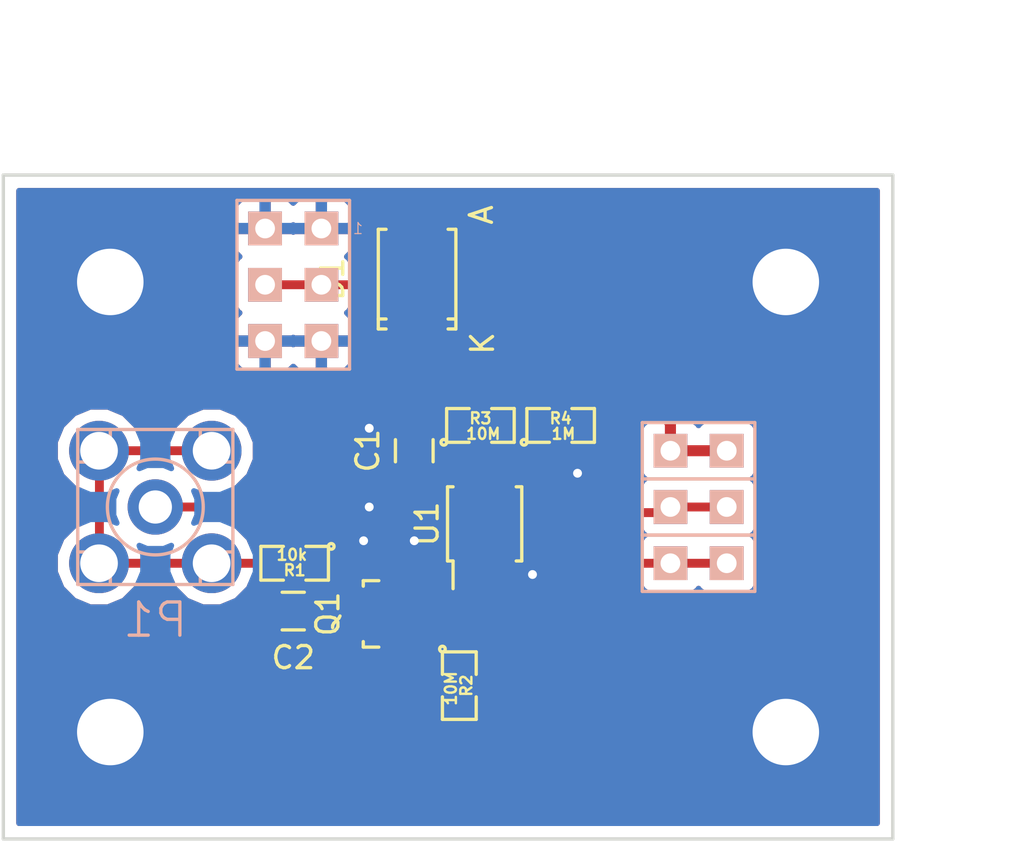
<source format=kicad_pcb>
(kicad_pcb (version 4) (host pcbnew 4.1.0-alpha+201605021002+6717~44~ubuntu15.10.1-product)

  (general
    (links 38)
    (no_connects 0)
    (area 35.738999 25.578999 76.021001 55.701001)
    (thickness 1.6)
    (drawings 6)
    (tracks 89)
    (zones 0)
    (modules 18)
    (nets 9)
  )

  (page A4)
  (layers
    (0 F.Cu signal)
    (31 B.Cu signal)
    (32 B.Adhes user)
    (33 F.Adhes user)
    (34 B.Paste user)
    (35 F.Paste user)
    (36 B.SilkS user)
    (37 F.SilkS user)
    (38 B.Mask user)
    (39 F.Mask user)
    (40 Dwgs.User user)
    (41 Cmts.User user)
    (42 Eco1.User user)
    (43 Eco2.User user)
    (44 Edge.Cuts user)
    (45 Margin user)
    (46 B.CrtYd user)
    (47 F.CrtYd user)
    (48 B.Fab user)
    (49 F.Fab user)
  )

  (setup
    (last_trace_width 0.5)
    (user_trace_width 0.25)
    (user_trace_width 0.3)
    (user_trace_width 0.4)
    (user_trace_width 0.5)
    (user_trace_width 0.6)
    (user_trace_width 0.7)
    (user_trace_width 0.8)
    (user_trace_width 1)
    (trace_clearance 0.2)
    (zone_clearance 0.508)
    (zone_45_only no)
    (trace_min 0.2)
    (segment_width 0.2)
    (edge_width 0.15)
    (via_size 0.8)
    (via_drill 0.4)
    (via_min_size 0.4)
    (via_min_drill 0.3)
    (uvia_size 0.3)
    (uvia_drill 0.1)
    (uvias_allowed no)
    (uvia_min_size 0.2)
    (uvia_min_drill 0.1)
    (pcb_text_width 0.3)
    (pcb_text_size 1.5 1.5)
    (mod_edge_width 0.15)
    (mod_text_size 1 1)
    (mod_text_width 0.15)
    (pad_size 1.524 1.524)
    (pad_drill 0.762)
    (pad_to_mask_clearance 0.2)
    (aux_axis_origin 0 0)
    (visible_elements FFFFFF7F)
    (pcbplotparams
      (layerselection 0x00030_ffffffff)
      (usegerberextensions false)
      (excludeedgelayer true)
      (linewidth 0.100000)
      (plotframeref false)
      (viasonmask false)
      (mode 1)
      (useauxorigin false)
      (hpglpennumber 1)
      (hpglpenspeed 20)
      (hpglpendiameter 15)
      (psnegative false)
      (psa4output false)
      (plotreference true)
      (plotvalue true)
      (plotinvisibletext false)
      (padsonsilk false)
      (subtractmaskfromsilk false)
      (outputformat 1)
      (mirror false)
      (drillshape 1)
      (scaleselection 1)
      (outputdirectory ""))
  )

  (net 0 "")
  (net 1 VDD)
  (net 2 GNDA)
  (net 3 "Net-(C2-Pad1)")
  (net 4 "Net-(J2-Pad1)")
  (net 5 "Net-(J3-Pad1)")
  (net 6 "Net-(J4-Pad1)")
  (net 7 "Net-(P1-Pad2)")
  (net 8 "Net-(R3-Pad2)")

  (net_class Default "This is the default net class."
    (clearance 0.2)
    (trace_width 0.5)
    (via_dia 0.8)
    (via_drill 0.4)
    (uvia_dia 0.3)
    (uvia_drill 0.1)
    (add_net GNDA)
    (add_net "Net-(C2-Pad1)")
    (add_net "Net-(J2-Pad1)")
    (add_net "Net-(J3-Pad1)")
    (add_net "Net-(J4-Pad1)")
    (add_net "Net-(P1-Pad2)")
    (add_net "Net-(R3-Pad2)")
    (add_net VDD)
  )

  (module Capacitors_SMD:C_0805 (layer F.Cu) (tedit 5415D6EA) (tstamp 577D36CC)
    (at 54.356 38.1 90)
    (descr "Capacitor SMD 0805, reflow soldering, AVX (see smccp.pdf)")
    (tags "capacitor 0805")
    (path /57783558)
    (attr smd)
    (fp_text reference C1 (at 0 -2.1 90) (layer F.SilkS)
      (effects (font (size 1 1) (thickness 0.15)))
    )
    (fp_text value 100nF (at 0 2.1 90) (layer F.Fab)
      (effects (font (size 1 1) (thickness 0.15)))
    )
    (fp_line (start -1.8 -1) (end 1.8 -1) (layer F.CrtYd) (width 0.05))
    (fp_line (start -1.8 1) (end 1.8 1) (layer F.CrtYd) (width 0.05))
    (fp_line (start -1.8 -1) (end -1.8 1) (layer F.CrtYd) (width 0.05))
    (fp_line (start 1.8 -1) (end 1.8 1) (layer F.CrtYd) (width 0.05))
    (fp_line (start 0.5 -0.85) (end -0.5 -0.85) (layer F.SilkS) (width 0.15))
    (fp_line (start -0.5 0.85) (end 0.5 0.85) (layer F.SilkS) (width 0.15))
    (pad 1 smd rect (at -1 0 90) (size 1 1.25) (layers F.Cu F.Paste F.Mask)
      (net 1 VDD))
    (pad 2 smd rect (at 1 0 90) (size 1 1.25) (layers F.Cu F.Paste F.Mask)
      (net 2 GNDA))
    (model Capacitors_SMD.3dshapes/C_0805.wrl
      (at (xyz 0 0 0))
      (scale (xyz 1 1 1))
      (rotate (xyz 0 0 0))
    )
  )

  (module Capacitors_SMD:C_0805 (layer F.Cu) (tedit 5415D6EA) (tstamp 577D36D2)
    (at 48.895 45.339 180)
    (descr "Capacitor SMD 0805, reflow soldering, AVX (see smccp.pdf)")
    (tags "capacitor 0805")
    (path /57781557)
    (attr smd)
    (fp_text reference C2 (at 0 -2.1 180) (layer F.SilkS)
      (effects (font (size 1 1) (thickness 0.15)))
    )
    (fp_text value 100nF (at 0 2.1 180) (layer F.Fab)
      (effects (font (size 1 1) (thickness 0.15)))
    )
    (fp_line (start -1.8 -1) (end 1.8 -1) (layer F.CrtYd) (width 0.05))
    (fp_line (start -1.8 1) (end 1.8 1) (layer F.CrtYd) (width 0.05))
    (fp_line (start -1.8 -1) (end -1.8 1) (layer F.CrtYd) (width 0.05))
    (fp_line (start 1.8 -1) (end 1.8 1) (layer F.CrtYd) (width 0.05))
    (fp_line (start 0.5 -0.85) (end -0.5 -0.85) (layer F.SilkS) (width 0.15))
    (fp_line (start -0.5 0.85) (end 0.5 0.85) (layer F.SilkS) (width 0.15))
    (pad 1 smd rect (at -1 0 180) (size 1 1.25) (layers F.Cu F.Paste F.Mask)
      (net 3 "Net-(C2-Pad1)"))
    (pad 2 smd rect (at 1 0 180) (size 1 1.25) (layers F.Cu F.Paste F.Mask)
      (net 2 GNDA))
    (model Capacitors_SMD.3dshapes/C_0805.wrl
      (at (xyz 0 0 0))
      (scale (xyz 1 1 1))
      (rotate (xyz 0 0 0))
    )
  )

  (module Diodes_SMD:SMA_Standard (layer F.Cu) (tedit 552FF239) (tstamp 577D36D8)
    (at 54.483 30.353 90)
    (descr "Diode SMA")
    (tags "Diode SMA")
    (path /57783090)
    (attr smd)
    (fp_text reference D1 (at 0 -3.81 90) (layer F.SilkS)
      (effects (font (size 1 1) (thickness 0.15)))
    )
    (fp_text value D_Schottky (at 0 4.3 90) (layer F.Fab)
      (effects (font (size 1 1) (thickness 0.15)))
    )
    (fp_line (start -3.5 -2) (end 3.5 -2) (layer F.CrtYd) (width 0.05))
    (fp_line (start 3.5 -2) (end 3.5 2) (layer F.CrtYd) (width 0.05))
    (fp_line (start 3.5 2) (end -3.5 2) (layer F.CrtYd) (width 0.05))
    (fp_line (start -3.5 2) (end -3.5 -2) (layer F.CrtYd) (width 0.05))
    (fp_text user K (at -2.9 2.95 90) (layer F.SilkS)
      (effects (font (size 1 1) (thickness 0.15)))
    )
    (fp_text user A (at 2.9 2.9 90) (layer F.SilkS)
      (effects (font (size 1 1) (thickness 0.15)))
    )
    (fp_circle (center 0 0) (end 0.20066 -0.0508) (layer F.Adhes) (width 0.381))
    (fp_line (start -1.79914 1.75006) (end -1.79914 1.39954) (layer F.SilkS) (width 0.15))
    (fp_line (start -1.79914 -1.75006) (end -1.79914 -1.39954) (layer F.SilkS) (width 0.15))
    (fp_line (start 2.25044 1.75006) (end 2.25044 1.39954) (layer F.SilkS) (width 0.15))
    (fp_line (start -2.25044 1.75006) (end -2.25044 1.39954) (layer F.SilkS) (width 0.15))
    (fp_line (start -2.25044 -1.75006) (end -2.25044 -1.39954) (layer F.SilkS) (width 0.15))
    (fp_line (start 2.25044 -1.75006) (end 2.25044 -1.39954) (layer F.SilkS) (width 0.15))
    (fp_line (start -2.25044 1.75006) (end 2.25044 1.75006) (layer F.SilkS) (width 0.15))
    (fp_line (start -2.25044 -1.75006) (end 2.25044 -1.75006) (layer F.SilkS) (width 0.15))
    (pad 1 smd rect (at -1.99898 0 90) (size 2.49936 1.80086) (layers F.Cu F.Paste F.Mask)
      (net 1 VDD))
    (pad 2 smd rect (at 1.99898 0 90) (size 2.49936 1.80086) (layers F.Cu F.Paste F.Mask)
      (net 2 GNDA))
    (model Diodes_SMD.3dshapes/SMA_Standard.wrl
      (at (xyz 0 0 0))
      (scale (xyz 0.3937 0.3937 0.3937))
      (rotate (xyz 0 0 180))
    )
  )

  (module Mlab_Pin_Headers:Straight_2x03 (layer B.Cu) (tedit 55DC1460) (tstamp 577D36E2)
    (at 48.895 30.607 180)
    (descr "pin header straight 2x03")
    (tags "pin header straight 2x03")
    (path /57782EBA)
    (fp_text reference J1 (at 0 5.08 180) (layer B.SilkS) hide
      (effects (font (size 1.5 1.5) (thickness 0.15)) (justify mirror))
    )
    (fp_text value HEADER_2x03_PARALLEL (at 0 -5.08 180) (layer B.SilkS) hide
      (effects (font (size 1.5 1.5) (thickness 0.15)) (justify mirror))
    )
    (fp_text user 1 (at -2.921 2.54 180) (layer B.SilkS)
      (effects (font (size 0.5 0.5) (thickness 0.05)) (justify mirror))
    )
    (fp_line (start -2.54 3.81) (end 2.54 3.81) (layer B.SilkS) (width 0.15))
    (fp_line (start 2.54 3.81) (end 2.54 -3.81) (layer B.SilkS) (width 0.15))
    (fp_line (start 2.54 -3.81) (end -2.54 -3.81) (layer B.SilkS) (width 0.15))
    (fp_line (start -2.54 -3.81) (end -2.54 3.81) (layer B.SilkS) (width 0.15))
    (pad 1 thru_hole rect (at -1.27 2.54 180) (size 1.524 1.524) (drill 0.889) (layers *.Cu *.Mask B.SilkS)
      (net 2 GNDA))
    (pad 2 thru_hole rect (at 1.27 2.54 180) (size 1.524 1.524) (drill 0.889) (layers *.Cu *.Mask B.SilkS)
      (net 2 GNDA))
    (pad 3 thru_hole rect (at -1.27 0 180) (size 1.524 1.524) (drill 0.889) (layers *.Cu *.Mask B.SilkS)
      (net 1 VDD))
    (pad 4 thru_hole rect (at 1.27 0 180) (size 1.524 1.524) (drill 0.889) (layers *.Cu *.Mask B.SilkS)
      (net 1 VDD))
    (pad 5 thru_hole rect (at -1.27 -2.54 180) (size 1.524 1.524) (drill 0.889) (layers *.Cu *.Mask B.SilkS)
      (net 2 GNDA))
    (pad 6 thru_hole rect (at 1.27 -2.54 180) (size 1.524 1.524) (drill 0.889) (layers *.Cu *.Mask B.SilkS)
      (net 2 GNDA))
    (model Pin_Headers/Pin_Header_Straight_2x03.wrl
      (at (xyz 0 0 0))
      (scale (xyz 1 1 1))
      (rotate (xyz 0 0 90))
    )
  )

  (module Mlab_Pin_Headers:Straight_2x01 (layer B.Cu) (tedit 5545E8D2) (tstamp 577D36E8)
    (at 67.183 40.64)
    (descr "pin header straight 2x01")
    (tags "pin header straight 2x01")
    (path /57783BEA)
    (fp_text reference J2 (at 0 2.54) (layer B.SilkS) hide
      (effects (font (size 1.5 1.5) (thickness 0.15)) (justify mirror))
    )
    (fp_text value INTENSITY (at 0 -2.54) (layer B.SilkS) hide
      (effects (font (size 1.5 1.5) (thickness 0.15)) (justify mirror))
    )
    (fp_line (start -2.54 1.27) (end 2.54 1.27) (layer B.SilkS) (width 0.15))
    (fp_line (start 2.54 1.27) (end 2.54 -1.27) (layer B.SilkS) (width 0.15))
    (fp_line (start 2.54 -1.27) (end -2.54 -1.27) (layer B.SilkS) (width 0.15))
    (fp_line (start -2.54 -1.27) (end -2.54 1.27) (layer B.SilkS) (width 0.15))
    (pad 1 thru_hole rect (at -1.27 0) (size 1.524 1.524) (drill 0.889) (layers *.Cu *.Mask B.SilkS)
      (net 4 "Net-(J2-Pad1)"))
    (pad 2 thru_hole rect (at 1.27 0) (size 1.524 1.524) (drill 0.889) (layers *.Cu *.Mask B.SilkS)
      (net 4 "Net-(J2-Pad1)"))
    (model Pin_Headers/Pin_Header_Straight_2x01.wrl
      (at (xyz 0 0 0))
      (scale (xyz 1 1 1))
      (rotate (xyz 0 0 90))
    )
  )

  (module Mlab_Pin_Headers:Straight_2x01 (layer B.Cu) (tedit 5545E8D2) (tstamp 577D36EE)
    (at 67.183 43.18)
    (descr "pin header straight 2x01")
    (tags "pin header straight 2x01")
    (path /57783C9C)
    (fp_text reference J3 (at 0 2.54) (layer B.SilkS) hide
      (effects (font (size 1.5 1.5) (thickness 0.15)) (justify mirror))
    )
    (fp_text value RESET (at 0 -2.54) (layer B.SilkS) hide
      (effects (font (size 1.5 1.5) (thickness 0.15)) (justify mirror))
    )
    (fp_line (start -2.54 1.27) (end 2.54 1.27) (layer B.SilkS) (width 0.15))
    (fp_line (start 2.54 1.27) (end 2.54 -1.27) (layer B.SilkS) (width 0.15))
    (fp_line (start 2.54 -1.27) (end -2.54 -1.27) (layer B.SilkS) (width 0.15))
    (fp_line (start -2.54 -1.27) (end -2.54 1.27) (layer B.SilkS) (width 0.15))
    (pad 1 thru_hole rect (at -1.27 0) (size 1.524 1.524) (drill 0.889) (layers *.Cu *.Mask B.SilkS)
      (net 5 "Net-(J3-Pad1)"))
    (pad 2 thru_hole rect (at 1.27 0) (size 1.524 1.524) (drill 0.889) (layers *.Cu *.Mask B.SilkS)
      (net 5 "Net-(J3-Pad1)"))
    (model Pin_Headers/Pin_Header_Straight_2x01.wrl
      (at (xyz 0 0 0))
      (scale (xyz 1 1 1))
      (rotate (xyz 0 0 90))
    )
  )

  (module Mlab_Pin_Headers:Straight_2x01 (layer B.Cu) (tedit 5545E8D2) (tstamp 577D36F4)
    (at 67.183 38.1)
    (descr "pin header straight 2x01")
    (tags "pin header straight 2x01")
    (path /57783AA0)
    (fp_text reference J4 (at 0 2.54) (layer B.SilkS) hide
      (effects (font (size 1.5 1.5) (thickness 0.15)) (justify mirror))
    )
    (fp_text value INT_OUT (at 0 -2.54) (layer B.SilkS) hide
      (effects (font (size 1.5 1.5) (thickness 0.15)) (justify mirror))
    )
    (fp_line (start -2.54 1.27) (end 2.54 1.27) (layer B.SilkS) (width 0.15))
    (fp_line (start 2.54 1.27) (end 2.54 -1.27) (layer B.SilkS) (width 0.15))
    (fp_line (start 2.54 -1.27) (end -2.54 -1.27) (layer B.SilkS) (width 0.15))
    (fp_line (start -2.54 -1.27) (end -2.54 1.27) (layer B.SilkS) (width 0.15))
    (pad 1 thru_hole rect (at -1.27 0) (size 1.524 1.524) (drill 0.889) (layers *.Cu *.Mask B.SilkS)
      (net 6 "Net-(J4-Pad1)"))
    (pad 2 thru_hole rect (at 1.27 0) (size 1.524 1.524) (drill 0.889) (layers *.Cu *.Mask B.SilkS)
      (net 6 "Net-(J4-Pad1)"))
    (model Pin_Headers/Pin_Header_Straight_2x01.wrl
      (at (xyz 0 0 0))
      (scale (xyz 1 1 1))
      (rotate (xyz 0 0 90))
    )
  )

  (module Mlab_Mechanical:MountingHole_3mm placed (layer F.Cu) (tedit 5535DB2C) (tstamp 577D36F9)
    (at 71.12 30.48)
    (descr "Mounting hole, Befestigungsbohrung, 3mm, No Annular, Kein Restring,")
    (tags "Mounting hole, Befestigungsbohrung, 3mm, No Annular, Kein Restring,")
    (path /57784508)
    (fp_text reference M1 (at 0 -4.191) (layer F.SilkS) hide
      (effects (font (thickness 0.3048)))
    )
    (fp_text value HOLE (at 0 4.191) (layer F.SilkS) hide
      (effects (font (thickness 0.3048)))
    )
    (fp_circle (center 0 0) (end 2.99974 0) (layer Cmts.User) (width 0.381))
    (pad 1 thru_hole circle (at 0 0) (size 6 6) (drill 3) (layers *.Cu *.Adhes *.Mask)
      (net 2 GNDA) (clearance 1) (zone_connect 2))
  )

  (module Mlab_Mechanical:MountingHole_3mm placed (layer F.Cu) (tedit 5535DB2C) (tstamp 577D36FE)
    (at 40.64 50.8)
    (descr "Mounting hole, Befestigungsbohrung, 3mm, No Annular, Kein Restring,")
    (tags "Mounting hole, Befestigungsbohrung, 3mm, No Annular, Kein Restring,")
    (path /57784821)
    (fp_text reference M2 (at 0 -4.191) (layer F.SilkS) hide
      (effects (font (thickness 0.3048)))
    )
    (fp_text value HOLE (at 0 4.191) (layer F.SilkS) hide
      (effects (font (thickness 0.3048)))
    )
    (fp_circle (center 0 0) (end 2.99974 0) (layer Cmts.User) (width 0.381))
    (pad 1 thru_hole circle (at 0 0) (size 6 6) (drill 3) (layers *.Cu *.Adhes *.Mask)
      (net 2 GNDA) (clearance 1) (zone_connect 2))
  )

  (module Mlab_Mechanical:MountingHole_3mm placed (layer F.Cu) (tedit 5535DB2C) (tstamp 577D3703)
    (at 40.64 30.48)
    (descr "Mounting hole, Befestigungsbohrung, 3mm, No Annular, Kein Restring,")
    (tags "Mounting hole, Befestigungsbohrung, 3mm, No Annular, Kein Restring,")
    (path /57784742)
    (fp_text reference M3 (at 0 -4.191) (layer F.SilkS) hide
      (effects (font (thickness 0.3048)))
    )
    (fp_text value HOLE (at 0 4.191) (layer F.SilkS) hide
      (effects (font (thickness 0.3048)))
    )
    (fp_circle (center 0 0) (end 2.99974 0) (layer Cmts.User) (width 0.381))
    (pad 1 thru_hole circle (at 0 0) (size 6 6) (drill 3) (layers *.Cu *.Adhes *.Mask)
      (net 2 GNDA) (clearance 1) (zone_connect 2))
  )

  (module Mlab_Mechanical:MountingHole_3mm placed (layer F.Cu) (tedit 5535DB2C) (tstamp 577D3708)
    (at 71.12 50.8)
    (descr "Mounting hole, Befestigungsbohrung, 3mm, No Annular, Kein Restring,")
    (tags "Mounting hole, Befestigungsbohrung, 3mm, No Annular, Kein Restring,")
    (path /5778482F)
    (fp_text reference M4 (at 0 -4.191) (layer F.SilkS) hide
      (effects (font (thickness 0.3048)))
    )
    (fp_text value HOLE (at 0 4.191) (layer F.SilkS) hide
      (effects (font (thickness 0.3048)))
    )
    (fp_circle (center 0 0) (end 2.99974 0) (layer Cmts.User) (width 0.381))
    (pad 1 thru_hole circle (at 0 0) (size 6 6) (drill 3) (layers *.Cu *.Adhes *.Mask)
      (net 2 GNDA) (clearance 1) (zone_connect 2))
  )

  (module Mlab_Con:SMA6251A13G50 (layer B.Cu) (tedit 54BBE861) (tstamp 577D3711)
    (at 42.672 40.64)
    (path /57781DCC)
    (fp_text reference P1 (at 0 5.1) (layer B.SilkS)
      (effects (font (size 1.5 1.5) (thickness 0.15)) (justify mirror))
    )
    (fp_text value SMA (at 0 -5.1) (layer B.SilkS) hide
      (effects (font (size 1.5 1.5) (thickness 0.15)) (justify mirror))
    )
    (fp_circle (center 0 0) (end -0.11 2.16) (layer B.SilkS) (width 0.15))
    (fp_line (start 2.03 -3.05) (end 3.05 -3.05) (layer B.SilkS) (width 0.15))
    (fp_line (start 3.05 -3.05) (end 3.05 -2.03) (layer B.SilkS) (width 0.15))
    (fp_line (start -2.03 -3.05) (end -3.05 -3.05) (layer B.SilkS) (width 0.15))
    (fp_line (start -3.05 -3.05) (end -3.05 -2.03) (layer B.SilkS) (width 0.15))
    (fp_line (start -2.03 3.05) (end -3.05 3.05) (layer B.SilkS) (width 0.15))
    (fp_line (start -3.05 3.05) (end -3.05 2.03) (layer B.SilkS) (width 0.15))
    (fp_line (start 3.05 3.05) (end 3.05 2.03) (layer B.SilkS) (width 0.15))
    (fp_line (start 3.05 3.05) (end 2.03 3.05) (layer B.SilkS) (width 0.15))
    (fp_line (start 2.03 -3.5) (end 2.03 -2.03) (layer B.SilkS) (width 0.15))
    (fp_line (start 2.03 -2.03) (end 3.5 -2.03) (layer B.SilkS) (width 0.15))
    (fp_line (start -2.03 -2.03) (end -2.03 -3.5) (layer B.SilkS) (width 0.15))
    (fp_line (start -3.5 -2.03) (end -2.03 -2.03) (layer B.SilkS) (width 0.15))
    (fp_line (start 2.03 3.5) (end 2.03 2.03) (layer B.SilkS) (width 0.15))
    (fp_line (start 2.03 2.03) (end 3.5 2.03) (layer B.SilkS) (width 0.15))
    (fp_line (start -2.03 3.5) (end -2.03 2.03) (layer B.SilkS) (width 0.15))
    (fp_line (start -2.03 2.03) (end -3.5 2.03) (layer B.SilkS) (width 0.15))
    (fp_line (start -3.5 -3.5) (end 3.5 -3.5) (layer B.SilkS) (width 0.15))
    (fp_line (start 3.5 -3.5) (end 3.5 3.5) (layer B.SilkS) (width 0.15))
    (fp_line (start 3.5 3.5) (end -3.5 3.5) (layer B.SilkS) (width 0.15))
    (fp_line (start -3.5 3.5) (end -3.5 -3.5) (layer B.SilkS) (width 0.15))
    (pad 1 thru_hole circle (at 0 0 180) (size 2.5 2.5) (drill 1.5) (layers *.Cu *.Mask)
      (net 1 VDD))
    (pad 2 thru_hole circle (at 2.54 -2.54 180) (size 2.7 2.7) (drill 1.7) (layers *.Cu *.Mask)
      (net 7 "Net-(P1-Pad2)"))
    (pad 2 thru_hole circle (at -2.54 -2.54 180) (size 2.7 2.7) (drill 1.7) (layers *.Cu *.Mask)
      (net 7 "Net-(P1-Pad2)"))
    (pad 2 thru_hole circle (at -2.54 2.54 180) (size 2.7 2.7) (drill 1.7) (layers *.Cu *.Mask)
      (net 7 "Net-(P1-Pad2)"))
    (pad 2 thru_hole circle (at 2.54 2.54 180) (size 2.7 2.7) (drill 1.7) (layers *.Cu *.Mask)
      (net 7 "Net-(P1-Pad2)"))
  )

  (module TO_SOT_Packages_SMD:SOT-23 (layer F.Cu) (tedit 553634F8) (tstamp 577D3718)
    (at 52.705 45.466 90)
    (descr "SOT-23, Standard")
    (tags SOT-23)
    (path /577813BC)
    (attr smd)
    (fp_text reference Q1 (at 0 -2.25 90) (layer F.SilkS)
      (effects (font (size 1 1) (thickness 0.15)))
    )
    (fp_text value 2N7002 (at 0 2.3 90) (layer F.Fab)
      (effects (font (size 1 1) (thickness 0.15)))
    )
    (fp_line (start -1.65 -1.6) (end 1.65 -1.6) (layer F.CrtYd) (width 0.05))
    (fp_line (start 1.65 -1.6) (end 1.65 1.6) (layer F.CrtYd) (width 0.05))
    (fp_line (start 1.65 1.6) (end -1.65 1.6) (layer F.CrtYd) (width 0.05))
    (fp_line (start -1.65 1.6) (end -1.65 -1.6) (layer F.CrtYd) (width 0.05))
    (fp_line (start 1.29916 -0.65024) (end 1.2509 -0.65024) (layer F.SilkS) (width 0.15))
    (fp_line (start -1.49982 0.0508) (end -1.49982 -0.65024) (layer F.SilkS) (width 0.15))
    (fp_line (start -1.49982 -0.65024) (end -1.2509 -0.65024) (layer F.SilkS) (width 0.15))
    (fp_line (start 1.29916 -0.65024) (end 1.49982 -0.65024) (layer F.SilkS) (width 0.15))
    (fp_line (start 1.49982 -0.65024) (end 1.49982 0.0508) (layer F.SilkS) (width 0.15))
    (pad 1 smd rect (at -0.95 1.00076 90) (size 0.8001 0.8001) (layers F.Cu F.Paste F.Mask)
      (net 5 "Net-(J3-Pad1)"))
    (pad 2 smd rect (at 0.95 1.00076 90) (size 0.8001 0.8001) (layers F.Cu F.Paste F.Mask)
      (net 2 GNDA))
    (pad 3 smd rect (at 0 -0.99822 90) (size 0.8001 0.8001) (layers F.Cu F.Paste F.Mask)
      (net 3 "Net-(C2-Pad1)"))
    (model TO_SOT_Packages_SMD.3dshapes/SOT-23.wrl
      (at (xyz 0 0 0))
      (scale (xyz 1 1 1))
      (rotate (xyz 0 0 0))
    )
  )

  (module Mlab_R:SMD-0805 (layer F.Cu) (tedit 54799E0C) (tstamp 577D371E)
    (at 48.9585 43.18 180)
    (path /577814E7)
    (attr smd)
    (fp_text reference R1 (at 0 -0.3175 180) (layer F.SilkS)
      (effects (font (size 0.50038 0.50038) (thickness 0.10922)))
    )
    (fp_text value 10k (at 0.127 0.381 180) (layer F.SilkS)
      (effects (font (size 0.50038 0.50038) (thickness 0.10922)))
    )
    (fp_circle (center -1.651 0.762) (end -1.651 0.635) (layer F.SilkS) (width 0.15))
    (fp_line (start -0.508 0.762) (end -1.524 0.762) (layer F.SilkS) (width 0.15))
    (fp_line (start -1.524 0.762) (end -1.524 -0.762) (layer F.SilkS) (width 0.15))
    (fp_line (start -1.524 -0.762) (end -0.508 -0.762) (layer F.SilkS) (width 0.15))
    (fp_line (start 0.508 -0.762) (end 1.524 -0.762) (layer F.SilkS) (width 0.15))
    (fp_line (start 1.524 -0.762) (end 1.524 0.762) (layer F.SilkS) (width 0.15))
    (fp_line (start 1.524 0.762) (end 0.508 0.762) (layer F.SilkS) (width 0.15))
    (pad 1 smd rect (at -0.9525 0 180) (size 0.889 1.397) (layers F.Cu F.Paste F.Mask)
      (net 3 "Net-(C2-Pad1)"))
    (pad 2 smd rect (at 0.9525 0 180) (size 0.889 1.397) (layers F.Cu F.Paste F.Mask)
      (net 7 "Net-(P1-Pad2)"))
    (model MLAB_3D/Resistors/chip_cms.wrl
      (at (xyz 0 0 0))
      (scale (xyz 0.1 0.1 0.1))
      (rotate (xyz 0 0 0))
    )
  )

  (module Mlab_R:SMD-0805 (layer F.Cu) (tedit 54799E0C) (tstamp 577D3724)
    (at 56.388 48.7045 270)
    (path /57781623)
    (attr smd)
    (fp_text reference R2 (at 0 -0.3175 270) (layer F.SilkS)
      (effects (font (size 0.50038 0.50038) (thickness 0.10922)))
    )
    (fp_text value 10M (at 0.127 0.381 270) (layer F.SilkS)
      (effects (font (size 0.50038 0.50038) (thickness 0.10922)))
    )
    (fp_circle (center -1.651 0.762) (end -1.651 0.635) (layer F.SilkS) (width 0.15))
    (fp_line (start -0.508 0.762) (end -1.524 0.762) (layer F.SilkS) (width 0.15))
    (fp_line (start -1.524 0.762) (end -1.524 -0.762) (layer F.SilkS) (width 0.15))
    (fp_line (start -1.524 -0.762) (end -0.508 -0.762) (layer F.SilkS) (width 0.15))
    (fp_line (start 0.508 -0.762) (end 1.524 -0.762) (layer F.SilkS) (width 0.15))
    (fp_line (start 1.524 -0.762) (end 1.524 0.762) (layer F.SilkS) (width 0.15))
    (fp_line (start 1.524 0.762) (end 0.508 0.762) (layer F.SilkS) (width 0.15))
    (pad 1 smd rect (at -0.9525 0 270) (size 0.889 1.397) (layers F.Cu F.Paste F.Mask)
      (net 5 "Net-(J3-Pad1)"))
    (pad 2 smd rect (at 0.9525 0 270) (size 0.889 1.397) (layers F.Cu F.Paste F.Mask)
      (net 2 GNDA))
    (model MLAB_3D/Resistors/chip_cms.wrl
      (at (xyz 0 0 0))
      (scale (xyz 0.1 0.1 0.1))
      (rotate (xyz 0 0 0))
    )
  )

  (module Mlab_R:SMD-0805 (layer F.Cu) (tedit 54799E0C) (tstamp 577D372A)
    (at 57.3405 36.957)
    (path /5778251C)
    (attr smd)
    (fp_text reference R3 (at 0 -0.3175) (layer F.SilkS)
      (effects (font (size 0.50038 0.50038) (thickness 0.10922)))
    )
    (fp_text value 10M (at 0.127 0.381) (layer F.SilkS)
      (effects (font (size 0.50038 0.50038) (thickness 0.10922)))
    )
    (fp_circle (center -1.651 0.762) (end -1.651 0.635) (layer F.SilkS) (width 0.15))
    (fp_line (start -0.508 0.762) (end -1.524 0.762) (layer F.SilkS) (width 0.15))
    (fp_line (start -1.524 0.762) (end -1.524 -0.762) (layer F.SilkS) (width 0.15))
    (fp_line (start -1.524 -0.762) (end -0.508 -0.762) (layer F.SilkS) (width 0.15))
    (fp_line (start 0.508 -0.762) (end 1.524 -0.762) (layer F.SilkS) (width 0.15))
    (fp_line (start 1.524 -0.762) (end 1.524 0.762) (layer F.SilkS) (width 0.15))
    (fp_line (start 1.524 0.762) (end 0.508 0.762) (layer F.SilkS) (width 0.15))
    (pad 1 smd rect (at -0.9525 0) (size 0.889 1.397) (layers F.Cu F.Paste F.Mask)
      (net 1 VDD))
    (pad 2 smd rect (at 0.9525 0) (size 0.889 1.397) (layers F.Cu F.Paste F.Mask)
      (net 8 "Net-(R3-Pad2)"))
    (model MLAB_3D/Resistors/chip_cms.wrl
      (at (xyz 0 0 0))
      (scale (xyz 0.1 0.1 0.1))
      (rotate (xyz 0 0 0))
    )
  )

  (module Mlab_R:SMD-0805 (layer F.Cu) (tedit 54799E0C) (tstamp 577D3730)
    (at 60.96 36.957)
    (path /577827EE)
    (attr smd)
    (fp_text reference R4 (at 0 -0.3175) (layer F.SilkS)
      (effects (font (size 0.50038 0.50038) (thickness 0.10922)))
    )
    (fp_text value 1M (at 0.127 0.381) (layer F.SilkS)
      (effects (font (size 0.50038 0.50038) (thickness 0.10922)))
    )
    (fp_circle (center -1.651 0.762) (end -1.651 0.635) (layer F.SilkS) (width 0.15))
    (fp_line (start -0.508 0.762) (end -1.524 0.762) (layer F.SilkS) (width 0.15))
    (fp_line (start -1.524 0.762) (end -1.524 -0.762) (layer F.SilkS) (width 0.15))
    (fp_line (start -1.524 -0.762) (end -0.508 -0.762) (layer F.SilkS) (width 0.15))
    (fp_line (start 0.508 -0.762) (end 1.524 -0.762) (layer F.SilkS) (width 0.15))
    (fp_line (start 1.524 -0.762) (end 1.524 0.762) (layer F.SilkS) (width 0.15))
    (fp_line (start 1.524 0.762) (end 0.508 0.762) (layer F.SilkS) (width 0.15))
    (pad 1 smd rect (at -0.9525 0) (size 0.889 1.397) (layers F.Cu F.Paste F.Mask)
      (net 8 "Net-(R3-Pad2)"))
    (pad 2 smd rect (at 0.9525 0) (size 0.889 1.397) (layers F.Cu F.Paste F.Mask)
      (net 2 GNDA))
    (model MLAB_3D/Resistors/chip_cms.wrl
      (at (xyz 0 0 0))
      (scale (xyz 0.1 0.1 0.1))
      (rotate (xyz 0 0 0))
    )
  )

  (module Housings_SSOP:MSOP-8_3x3mm_Pitch0.65mm (layer F.Cu) (tedit 54130A77) (tstamp 577D373C)
    (at 57.531 41.402 90)
    (descr "8-Lead Plastic Micro Small Outline Package (MS) [MSOP] (see Microchip Packaging Specification 00000049BS.pdf)")
    (tags "SSOP 0.65")
    (path /57781FDF)
    (attr smd)
    (fp_text reference U1 (at 0 -2.6 90) (layer F.SilkS)
      (effects (font (size 1 1) (thickness 0.15)))
    )
    (fp_text value MCP6002 (at 0 2.6 90) (layer F.Fab)
      (effects (font (size 1 1) (thickness 0.15)))
    )
    (fp_line (start -3.2 -1.85) (end -3.2 1.85) (layer F.CrtYd) (width 0.05))
    (fp_line (start 3.2 -1.85) (end 3.2 1.85) (layer F.CrtYd) (width 0.05))
    (fp_line (start -3.2 -1.85) (end 3.2 -1.85) (layer F.CrtYd) (width 0.05))
    (fp_line (start -3.2 1.85) (end 3.2 1.85) (layer F.CrtYd) (width 0.05))
    (fp_line (start -1.675 -1.675) (end -1.675 -1.425) (layer F.SilkS) (width 0.15))
    (fp_line (start 1.675 -1.675) (end 1.675 -1.425) (layer F.SilkS) (width 0.15))
    (fp_line (start 1.675 1.675) (end 1.675 1.425) (layer F.SilkS) (width 0.15))
    (fp_line (start -1.675 1.675) (end -1.675 1.425) (layer F.SilkS) (width 0.15))
    (fp_line (start -1.675 -1.675) (end 1.675 -1.675) (layer F.SilkS) (width 0.15))
    (fp_line (start -1.675 1.675) (end 1.675 1.675) (layer F.SilkS) (width 0.15))
    (fp_line (start -1.675 -1.425) (end -2.925 -1.425) (layer F.SilkS) (width 0.15))
    (pad 1 smd rect (at -2.2 -0.975 90) (size 1.45 0.45) (layers F.Cu F.Paste F.Mask)
      (net 4 "Net-(J2-Pad1)"))
    (pad 2 smd rect (at -2.2 -0.325 90) (size 1.45 0.45) (layers F.Cu F.Paste F.Mask)
      (net 4 "Net-(J2-Pad1)"))
    (pad 3 smd rect (at -2.2 0.325 90) (size 1.45 0.45) (layers F.Cu F.Paste F.Mask)
      (net 3 "Net-(C2-Pad1)"))
    (pad 4 smd rect (at -2.2 0.975 90) (size 1.45 0.45) (layers F.Cu F.Paste F.Mask)
      (net 2 GNDA))
    (pad 5 smd rect (at 2.2 0.975 90) (size 1.45 0.45) (layers F.Cu F.Paste F.Mask)
      (net 8 "Net-(R3-Pad2)"))
    (pad 6 smd rect (at 2.2 0.325 90) (size 1.45 0.45) (layers F.Cu F.Paste F.Mask)
      (net 4 "Net-(J2-Pad1)"))
    (pad 7 smd rect (at 2.2 -0.325 90) (size 1.45 0.45) (layers F.Cu F.Paste F.Mask)
      (net 6 "Net-(J4-Pad1)"))
    (pad 8 smd rect (at 2.2 -0.975 90) (size 1.45 0.45) (layers F.Cu F.Paste F.Mask)
      (net 1 VDD))
    (model Housings_SSOP.3dshapes/MSOP-8_3x3mm_Pitch0.65mm.wrl
      (at (xyz 0 0 0))
      (scale (xyz 1 1 1))
      (rotate (xyz 0 0 0))
    )
  )

  (dimension 29.972 (width 0.3) (layer Dwgs.User)
    (gr_text "1,1800 in" (at 79.201 40.64 90) (layer Dwgs.User)
      (effects (font (size 1.5 1.5) (thickness 0.3)))
    )
    (feature1 (pts (xy 75.946 25.654) (xy 80.551 25.654)))
    (feature2 (pts (xy 75.946 55.626) (xy 80.551 55.626)))
    (crossbar (pts (xy 77.851 55.626) (xy 77.851 25.654)))
    (arrow1a (pts (xy 77.851 25.654) (xy 78.437421 26.780504)))
    (arrow1b (pts (xy 77.851 25.654) (xy 77.264579 26.780504)))
    (arrow2a (pts (xy 77.851 55.626) (xy 78.437421 54.499496)))
    (arrow2b (pts (xy 77.851 55.626) (xy 77.264579 54.499496)))
  )
  (dimension 40.132 (width 0.3) (layer Dwgs.User)
    (gr_text "1,5800 in" (at 55.88 19.605) (layer Dwgs.User)
      (effects (font (size 1.5 1.5) (thickness 0.3)))
    )
    (feature1 (pts (xy 75.946 25.654) (xy 75.946 18.255)))
    (feature2 (pts (xy 35.814 25.654) (xy 35.814 18.255)))
    (crossbar (pts (xy 35.814 20.955) (xy 75.946 20.955)))
    (arrow1a (pts (xy 75.946 20.955) (xy 74.819496 21.541421)))
    (arrow1b (pts (xy 75.946 20.955) (xy 74.819496 20.368579)))
    (arrow2a (pts (xy 35.814 20.955) (xy 36.940504 21.541421)))
    (arrow2b (pts (xy 35.814 20.955) (xy 36.940504 20.368579)))
  )
  (gr_line (start 75.946 25.654) (end 35.814 25.654) (layer Edge.Cuts) (width 0.15))
  (gr_line (start 75.946 55.626) (end 75.946 25.654) (layer Edge.Cuts) (width 0.15))
  (gr_line (start 35.814 55.626) (end 75.946 55.626) (layer Edge.Cuts) (width 0.15))
  (gr_line (start 35.814 25.654) (end 35.814 55.626) (layer Edge.Cuts) (width 0.15))

  (segment (start 50.222998 39.1) (end 50.292 39.030998) (width 0.5) (layer F.Cu) (net 1))
  (segment (start 50.292 39.030998) (end 50.292 36.703) (width 0.5) (layer F.Cu) (net 1))
  (segment (start 50.292 36.703) (end 54.483 32.512) (width 0.5) (layer F.Cu) (net 1))
  (segment (start 54.483 32.512) (end 54.483 32.35198) (width 0.5) (layer F.Cu) (net 1))
  (segment (start 50.222998 39.1) (end 54.356 39.1) (width 0.5) (layer F.Cu) (net 1))
  (segment (start 48.768 40.554998) (end 48.682998 40.64) (width 0.4) (layer F.Cu) (net 1))
  (segment (start 50.222998 39.1) (end 48.768 40.554998) (width 0.5) (layer F.Cu) (net 1))
  (segment (start 50.165 30.607) (end 53.08727 30.607) (width 0.4) (layer F.Cu) (net 1))
  (segment (start 53.08727 30.607) (end 54.483 32.00273) (width 0.4) (layer F.Cu) (net 1))
  (segment (start 54.483 32.00273) (end 54.483 32.35198) (width 0.4) (layer F.Cu) (net 1))
  (segment (start 47.625 30.607) (end 50.165 30.607) (width 0.4) (layer F.Cu) (net 1))
  (segment (start 48.682998 40.64) (end 44.457064 40.64) (width 0.4) (layer F.Cu) (net 1))
  (segment (start 44.457064 40.64) (end 42.689298 40.64) (width 0.4) (layer F.Cu) (net 1))
  (segment (start 54.356 39.1) (end 54.231 39.1) (width 0.4) (layer F.Cu) (net 1))
  (segment (start 54.356 39.1) (end 55.381 39.1) (width 0.4) (layer F.Cu) (net 1))
  (segment (start 55.381 39.1) (end 55.483 39.202) (width 0.4) (layer F.Cu) (net 1))
  (segment (start 55.483 39.202) (end 56.556 39.202) (width 0.4) (layer F.Cu) (net 1))
  (segment (start 56.556 39.202) (end 56.556 37.125) (width 0.4) (layer F.Cu) (net 1))
  (segment (start 56.556 37.125) (end 56.388 36.957) (width 0.4) (layer F.Cu) (net 1))
  (segment (start 61.722 39.116) (end 61.156315 39.116) (width 0.5) (layer B.Cu) (net 2))
  (segment (start 61.156315 39.116) (end 59.69 40.582315) (width 0.5) (layer B.Cu) (net 2))
  (segment (start 59.69 40.582315) (end 59.69 43.122315) (width 0.5) (layer B.Cu) (net 2))
  (segment (start 59.69 43.122315) (end 59.69 43.688) (width 0.5) (layer B.Cu) (net 2))
  (segment (start 61.9125 36.957) (end 61.9125 38.9255) (width 0.5) (layer F.Cu) (net 2))
  (segment (start 61.9125 38.9255) (end 61.722 39.116) (width 0.5) (layer F.Cu) (net 2))
  (via (at 61.722 39.116) (size 0.8) (drill 0.4) (layers F.Cu B.Cu) (net 2))
  (segment (start 59.69 43.688) (end 58.617001 43.688) (width 0.5) (layer F.Cu) (net 2))
  (segment (start 58.617001 43.688) (end 58.531001 43.602) (width 0.5) (layer F.Cu) (net 2))
  (segment (start 58.565999 42.563999) (end 59.69 43.688) (width 0.5) (layer B.Cu) (net 2))
  (via (at 59.69 43.688) (size 0.8) (drill 0.4) (layers F.Cu B.Cu) (net 2))
  (segment (start 54.356 42.164) (end 54.755999 42.563999) (width 0.5) (layer B.Cu) (net 2))
  (segment (start 54.755999 42.563999) (end 58.565999 42.563999) (width 0.5) (layer B.Cu) (net 2))
  (segment (start 52.324 37.084) (end 54.34 37.084) (width 0.5) (layer F.Cu) (net 2))
  (segment (start 54.34 37.084) (end 54.356 37.1) (width 0.5) (layer F.Cu) (net 2))
  (segment (start 52.324 40.64) (end 52.324 37.084) (width 0.5) (layer B.Cu) (net 2))
  (via (at 52.324 37.084) (size 0.8) (drill 0.4) (layers F.Cu B.Cu) (net 2))
  (segment (start 54.356 42.164) (end 53.848 42.164) (width 0.5) (layer F.Cu) (net 2))
  (segment (start 53.848 42.164) (end 52.324 40.64) (width 0.5) (layer F.Cu) (net 2))
  (via (at 52.324 40.64) (size 0.8) (drill 0.4) (layers F.Cu B.Cu) (net 2))
  (segment (start 52.07 42.164) (end 54.356 42.164) (width 0.5) (layer B.Cu) (net 2))
  (via (at 54.356 42.164) (size 0.8) (drill 0.4) (layers F.Cu B.Cu) (net 2))
  (segment (start 51.755 42.479) (end 52.07 42.164) (width 0.5) (layer F.Cu) (net 2))
  (via (at 52.07 42.164) (size 0.8) (drill 0.4) (layers F.Cu B.Cu) (net 2))
  (segment (start 51.70678 45.466) (end 50.022 45.466) (width 0.4) (layer F.Cu) (net 3))
  (segment (start 50.022 45.466) (end 49.895 45.339) (width 0.4) (layer F.Cu) (net 3))
  (segment (start 51.70678 45.466) (end 57.490542 45.466) (width 0.4) (layer F.Cu) (net 3))
  (segment (start 57.490542 45.466) (end 57.856 45.100542) (width 0.4) (layer F.Cu) (net 3))
  (segment (start 57.856 45.100542) (end 57.856 43.602) (width 0.4) (layer F.Cu) (net 3))
  (segment (start 49.895 45.339) (end 49.895 43.196) (width 0.4) (layer F.Cu) (net 3))
  (segment (start 49.895 43.196) (end 49.911 43.18) (width 0.4) (layer F.Cu) (net 3))
  (segment (start 57.856 40.894) (end 65.532 40.894) (width 0.4) (layer F.Cu) (net 4))
  (segment (start 65.532 40.894) (end 65.786 40.64) (width 0.4) (layer F.Cu) (net 4))
  (segment (start 68.453 40.64) (end 65.913 40.64) (width 0.4) (layer F.Cu) (net 4))
  (segment (start 57.206 44.727) (end 57.206 43.602) (width 0.4) (layer F.Cu) (net 4))
  (segment (start 57.067011 44.865989) (end 57.206 44.727) (width 0.4) (layer F.Cu) (net 4))
  (segment (start 56.694989 44.865989) (end 57.067011 44.865989) (width 0.4) (layer F.Cu) (net 4))
  (segment (start 56.556 43.602) (end 56.556 44.727) (width 0.4) (layer F.Cu) (net 4))
  (segment (start 56.556 44.727) (end 56.694989 44.865989) (width 0.4) (layer F.Cu) (net 4))
  (segment (start 57.181 43.602) (end 57.206 43.602) (width 0.4) (layer F.Cu) (net 4))
  (segment (start 57.856 40.894) (end 57.856 40.327) (width 0.4) (layer F.Cu) (net 4))
  (segment (start 57.856 41.827) (end 57.856 40.894) (width 0.4) (layer F.Cu) (net 4))
  (segment (start 57.206 43.602) (end 57.206 42.477) (width 0.4) (layer F.Cu) (net 4))
  (segment (start 57.206 42.477) (end 57.856 41.827) (width 0.4) (layer F.Cu) (net 4))
  (segment (start 57.856 40.327) (end 57.856 39.202) (width 0.4) (layer F.Cu) (net 4))
  (segment (start 65.913 43.18) (end 68.453 43.18) (width 0.4) (layer F.Cu) (net 5))
  (segment (start 64.262 43.18) (end 65.913 43.18) (width 0.4) (layer F.Cu) (net 5))
  (segment (start 56.388 47.752) (end 59.69 47.752) (width 0.4) (layer F.Cu) (net 5))
  (segment (start 59.69 47.752) (end 64.262 43.18) (width 0.4) (layer F.Cu) (net 5))
  (segment (start 53.70576 46.416) (end 53.70576 47.10176) (width 0.4) (layer F.Cu) (net 5))
  (segment (start 53.70576 47.10176) (end 54.356 47.752) (width 0.4) (layer F.Cu) (net 5))
  (segment (start 54.356 47.752) (end 56.388 47.752) (width 0.4) (layer F.Cu) (net 5))
  (segment (start 64.408 35.56) (end 58.674 35.56) (width 0.4) (layer F.Cu) (net 6))
  (segment (start 58.674 35.56) (end 57.826998 35.56) (width 0.4) (layer F.Cu) (net 6))
  (segment (start 65.913 38.1) (end 65.913 36.838) (width 0.5) (layer F.Cu) (net 6))
  (segment (start 65.913 36.838) (end 64.635 35.56) (width 0.5) (layer F.Cu) (net 6))
  (segment (start 64.635 35.56) (end 58.674 35.56) (width 0.5) (layer F.Cu) (net 6))
  (segment (start 68.453 38.1) (end 65.913 38.1) (width 0.5) (layer F.Cu) (net 6))
  (segment (start 57.826998 35.56) (end 57.232501 36.154497) (width 0.4) (layer F.Cu) (net 6))
  (segment (start 57.232501 36.154497) (end 57.232501 38.050499) (width 0.4) (layer F.Cu) (net 6))
  (segment (start 57.232501 38.050499) (end 57.206 38.077) (width 0.4) (layer F.Cu) (net 6))
  (segment (start 57.206 38.077) (end 57.206 39.202) (width 0.4) (layer F.Cu) (net 6))
  (segment (start 40.149298 38.1) (end 45.229298 38.1) (width 0.4) (layer F.Cu) (net 7))
  (segment (start 40.149298 43.18) (end 40.149298 41.270812) (width 0.4) (layer F.Cu) (net 7))
  (segment (start 40.149298 41.270812) (end 40.149298 38.1) (width 0.4) (layer F.Cu) (net 7))
  (segment (start 45.229298 43.18) (end 40.149298 43.18) (width 0.4) (layer F.Cu) (net 7))
  (segment (start 48.006 43.18) (end 45.229298 43.18) (width 0.4) (layer F.Cu) (net 7))
  (segment (start 58.293 36.957) (end 60.0075 36.957) (width 0.4) (layer F.Cu) (net 8))
  (segment (start 58.506 39.202) (end 58.506 37.17) (width 0.4) (layer F.Cu) (net 8))
  (segment (start 58.506 37.17) (end 58.293 36.957) (width 0.4) (layer F.Cu) (net 8))

  (zone (net 2) (net_name GNDA) (layer F.Cu) (tstamp 0) (hatch edge 0.508)
    (connect_pads (clearance 0.508))
    (min_thickness 0.254)
    (fill yes (arc_segments 16) (thermal_gap 0.508) (thermal_bridge_width 0.508))
    (polygon
      (pts
        (xy 35.814 55.626) (xy 35.814 25.654) (xy 75.946 25.654) (xy 75.946 55.626)
      )
    )
    (filled_polygon
      (pts
        (xy 75.236 54.916) (xy 36.524 54.916) (xy 36.524 49.94275) (xy 55.0545 49.94275) (xy 55.0545 50.227809)
        (xy 55.151173 50.461198) (xy 55.329801 50.639827) (xy 55.56319 50.7365) (xy 56.10225 50.7365) (xy 56.261 50.57775)
        (xy 56.261 49.784) (xy 56.515 49.784) (xy 56.515 50.57775) (xy 56.67375 50.7365) (xy 57.21281 50.7365)
        (xy 57.446199 50.639827) (xy 57.624827 50.461198) (xy 57.7215 50.227809) (xy 57.7215 49.94275) (xy 57.56275 49.784)
        (xy 56.515 49.784) (xy 56.261 49.784) (xy 55.21325 49.784) (xy 55.0545 49.94275) (xy 36.524 49.94275)
        (xy 36.524 45.62475) (xy 46.76 45.62475) (xy 46.76 46.09031) (xy 46.856673 46.323699) (xy 47.035302 46.502327)
        (xy 47.268691 46.599) (xy 47.60925 46.599) (xy 47.768 46.44025) (xy 47.768 45.466) (xy 46.91875 45.466)
        (xy 46.76 45.62475) (xy 36.524 45.62475) (xy 36.524 38.493109) (xy 38.146657 38.493109) (xy 38.448218 39.222943)
        (xy 39.00612 39.781819) (xy 39.314298 39.909786) (xy 39.314298 41.370095) (xy 39.009057 41.496218) (xy 38.450181 42.05412)
        (xy 38.147346 42.783427) (xy 38.146657 43.573109) (xy 38.448218 44.302943) (xy 39.00612 44.861819) (xy 39.735427 45.164654)
        (xy 40.525109 45.165343) (xy 41.254943 44.863782) (xy 41.813819 44.30588) (xy 41.934603 44.015) (xy 43.409242 44.015)
        (xy 43.528218 44.302943) (xy 44.08612 44.861819) (xy 44.815427 45.164654) (xy 45.605109 45.165343) (xy 46.334943 44.863782)
        (xy 46.893819 44.30588) (xy 46.966463 44.130934) (xy 47.011956 44.199019) (xy 46.856673 44.354301) (xy 46.76 44.58769)
        (xy 46.76 45.05325) (xy 46.91875 45.212) (xy 47.768 45.212) (xy 47.768 45.192) (xy 48.022 45.192)
        (xy 48.022 45.212) (xy 48.042 45.212) (xy 48.042 45.466) (xy 48.022 45.466) (xy 48.022 46.44025)
        (xy 48.18075 46.599) (xy 48.521309 46.599) (xy 48.754698 46.502327) (xy 48.896346 46.36068) (xy 48.937191 46.421809)
        (xy 49.147235 46.562157) (xy 49.395 46.61144) (xy 50.395 46.61144) (xy 50.642765 46.562157) (xy 50.852809 46.421809)
        (xy 50.896856 46.355888) (xy 51.058965 46.464207) (xy 51.30673 46.51349) (xy 52.10683 46.51349) (xy 52.354595 46.464207)
        (xy 52.564639 46.323859) (xy 52.579913 46.301) (xy 52.65827 46.301) (xy 52.65827 46.81605) (xy 52.707553 47.063815)
        (xy 52.847901 47.273859) (xy 52.913744 47.317854) (xy 52.934321 47.421301) (xy 52.962511 47.46349) (xy 53.115326 47.692194)
        (xy 53.765566 48.342434) (xy 54.036459 48.523439) (xy 54.356 48.587) (xy 55.186716 48.587) (xy 55.231691 48.654309)
        (xy 55.302411 48.701563) (xy 55.151173 48.852802) (xy 55.0545 49.086191) (xy 55.0545 49.37125) (xy 55.21325 49.53)
        (xy 56.261 49.53) (xy 56.261 49.51) (xy 56.515 49.51) (xy 56.515 49.53) (xy 57.56275 49.53)
        (xy 57.7215 49.37125) (xy 57.7215 49.086191) (xy 57.624827 48.852802) (xy 57.473589 48.701563) (xy 57.544309 48.654309)
        (xy 57.589284 48.587) (xy 59.69 48.587) (xy 60.009541 48.523439) (xy 60.280434 48.342434) (xy 64.532977 44.089891)
        (xy 64.552843 44.189765) (xy 64.693191 44.399809) (xy 64.903235 44.540157) (xy 65.151 44.58944) (xy 66.675 44.58944)
        (xy 66.922765 44.540157) (xy 67.132809 44.399809) (xy 67.183 44.324693) (xy 67.233191 44.399809) (xy 67.443235 44.540157)
        (xy 67.691 44.58944) (xy 69.215 44.58944) (xy 69.462765 44.540157) (xy 69.672809 44.399809) (xy 69.813157 44.189765)
        (xy 69.86244 43.942) (xy 69.86244 42.418) (xy 69.813157 42.170235) (xy 69.672809 41.960191) (xy 69.597693 41.91)
        (xy 69.672809 41.859809) (xy 69.813157 41.649765) (xy 69.86244 41.402) (xy 69.86244 39.878) (xy 69.813157 39.630235)
        (xy 69.672809 39.420191) (xy 69.597693 39.37) (xy 69.672809 39.319809) (xy 69.813157 39.109765) (xy 69.86244 38.862)
        (xy 69.86244 37.338) (xy 69.813157 37.090235) (xy 69.672809 36.880191) (xy 69.462765 36.739843) (xy 69.215 36.69056)
        (xy 67.691 36.69056) (xy 67.443235 36.739843) (xy 67.233191 36.880191) (xy 67.183 36.955307) (xy 67.132809 36.880191)
        (xy 66.922765 36.739843) (xy 66.772532 36.70996) (xy 66.730633 36.499326) (xy 66.730633 36.499325) (xy 66.53879 36.21221)
        (xy 66.538787 36.212208) (xy 65.26079 34.93421) (xy 64.973675 34.742367) (xy 64.886366 34.725) (xy 64.635 34.674999)
        (xy 64.634995 34.675) (xy 58.674 34.675) (xy 58.422634 34.725) (xy 57.826998 34.725) (xy 57.507458 34.78856)
        (xy 57.236564 34.969566) (xy 56.642067 35.564063) (xy 56.610665 35.61106) (xy 55.9435 35.61106) (xy 55.695735 35.660343)
        (xy 55.485691 35.800691) (xy 55.345343 36.010735) (xy 55.335629 36.059573) (xy 55.10731 35.965) (xy 54.64175 35.965)
        (xy 54.483 36.12375) (xy 54.483 36.973) (xy 54.503 36.973) (xy 54.503 37.227) (xy 54.483 37.227)
        (xy 54.483 37.247) (xy 54.229 37.247) (xy 54.229 37.227) (xy 53.25475 37.227) (xy 53.096 37.38575)
        (xy 53.096 37.726309) (xy 53.192673 37.959698) (xy 53.33432 38.101346) (xy 53.273191 38.142191) (xy 53.224541 38.215)
        (xy 51.177 38.215) (xy 51.177 37.06958) (xy 51.772888 36.473691) (xy 53.096 36.473691) (xy 53.096 36.81425)
        (xy 53.25475 36.973) (xy 54.229 36.973) (xy 54.229 36.12375) (xy 54.07025 35.965) (xy 53.60469 35.965)
        (xy 53.371301 36.061673) (xy 53.192673 36.240302) (xy 53.096 36.473691) (xy 51.772888 36.473691) (xy 53.997479 34.2491)
        (xy 55.38343 34.2491) (xy 55.631195 34.199817) (xy 55.841239 34.059469) (xy 55.981587 33.849425) (xy 56.03087 33.60166)
        (xy 56.03087 31.1023) (xy 55.981587 30.854535) (xy 55.841239 30.644491) (xy 55.631195 30.504143) (xy 55.38343 30.45486)
        (xy 54.115998 30.45486) (xy 53.899838 30.2387) (xy 54.19725 30.2387) (xy 54.356 30.07995) (xy 54.356 28.48102)
        (xy 54.61 28.48102) (xy 54.61 30.07995) (xy 54.76875 30.2387) (xy 55.50974 30.2387) (xy 55.743129 30.142027)
        (xy 55.921757 29.963398) (xy 56.01843 29.730009) (xy 56.01843 28.63977) (xy 55.85968 28.48102) (xy 54.61 28.48102)
        (xy 54.356 28.48102) (xy 53.10632 28.48102) (xy 52.94757 28.63977) (xy 52.94757 29.730009) (xy 52.964963 29.772)
        (xy 51.55992 29.772) (xy 51.525157 29.597235) (xy 51.384809 29.387191) (xy 51.314088 29.339937) (xy 51.465327 29.188699)
        (xy 51.562 28.95531) (xy 51.562 28.35275) (xy 51.40325 28.194) (xy 50.292 28.194) (xy 50.292 28.214)
        (xy 50.038 28.214) (xy 50.038 28.194) (xy 48.92675 28.194) (xy 48.895 28.22575) (xy 48.86325 28.194)
        (xy 47.752 28.194) (xy 47.752 28.214) (xy 47.498 28.214) (xy 47.498 28.194) (xy 46.38675 28.194)
        (xy 46.228 28.35275) (xy 46.228 28.95531) (xy 46.324673 29.188699) (xy 46.475912 29.339937) (xy 46.405191 29.387191)
        (xy 46.264843 29.597235) (xy 46.21556 29.845) (xy 46.21556 31.369) (xy 46.264843 31.616765) (xy 46.405191 31.826809)
        (xy 46.475912 31.874063) (xy 46.324673 32.025301) (xy 46.228 32.25869) (xy 46.228 32.86125) (xy 46.38675 33.02)
        (xy 47.498 33.02) (xy 47.498 33) (xy 47.752 33) (xy 47.752 33.02) (xy 48.86325 33.02)
        (xy 48.895 32.98825) (xy 48.92675 33.02) (xy 50.038 33.02) (xy 50.038 33) (xy 50.292 33)
        (xy 50.292 33.02) (xy 51.40325 33.02) (xy 51.562 32.86125) (xy 51.562 32.25869) (xy 51.465327 32.025301)
        (xy 51.314088 31.874063) (xy 51.384809 31.826809) (xy 51.525157 31.616765) (xy 51.55992 31.442) (xy 52.741402 31.442)
        (xy 52.93513 31.635728) (xy 52.93513 32.808291) (xy 49.66621 36.07721) (xy 49.474367 36.364325) (xy 49.474367 36.364326)
        (xy 49.406999 36.703) (xy 49.407 36.703005) (xy 49.407 38.664419) (xy 48.266418 39.805) (xy 46.283591 39.805)
        (xy 46.334943 39.783782) (xy 46.893819 39.22588) (xy 47.196654 38.496573) (xy 47.197343 37.706891) (xy 46.895782 36.977057)
        (xy 46.33788 36.418181) (xy 45.608573 36.115346) (xy 44.818891 36.114657) (xy 44.089057 36.416218) (xy 43.530181 36.97412)
        (xy 43.409397 37.265) (xy 41.934758 37.265) (xy 41.815782 36.977057) (xy 41.25788 36.418181) (xy 40.528573 36.115346)
        (xy 39.738891 36.114657) (xy 39.009057 36.416218) (xy 38.450181 36.97412) (xy 38.147346 37.703427) (xy 38.146657 38.493109)
        (xy 36.524 38.493109) (xy 36.524 33.43275) (xy 46.228 33.43275) (xy 46.228 34.03531) (xy 46.324673 34.268699)
        (xy 46.503302 34.447327) (xy 46.736691 34.544) (xy 47.33925 34.544) (xy 47.498 34.38525) (xy 47.498 33.274)
        (xy 47.752 33.274) (xy 47.752 34.38525) (xy 47.91075 34.544) (xy 48.513309 34.544) (xy 48.746698 34.447327)
        (xy 48.895 34.299026) (xy 49.043302 34.447327) (xy 49.276691 34.544) (xy 49.87925 34.544) (xy 50.038 34.38525)
        (xy 50.038 33.274) (xy 50.292 33.274) (xy 50.292 34.38525) (xy 50.45075 34.544) (xy 51.053309 34.544)
        (xy 51.286698 34.447327) (xy 51.465327 34.268699) (xy 51.562 34.03531) (xy 51.562 33.43275) (xy 51.40325 33.274)
        (xy 50.292 33.274) (xy 50.038 33.274) (xy 48.92675 33.274) (xy 48.895 33.30575) (xy 48.86325 33.274)
        (xy 47.752 33.274) (xy 47.498 33.274) (xy 46.38675 33.274) (xy 46.228 33.43275) (xy 36.524 33.43275)
        (xy 36.524 27.17869) (xy 46.228 27.17869) (xy 46.228 27.78125) (xy 46.38675 27.94) (xy 47.498 27.94)
        (xy 47.498 26.82875) (xy 47.752 26.82875) (xy 47.752 27.94) (xy 48.86325 27.94) (xy 48.895 27.90825)
        (xy 48.92675 27.94) (xy 50.038 27.94) (xy 50.038 26.82875) (xy 50.292 26.82875) (xy 50.292 27.94)
        (xy 51.40325 27.94) (xy 51.562 27.78125) (xy 51.562 27.17869) (xy 51.478885 26.978031) (xy 52.94757 26.978031)
        (xy 52.94757 28.06827) (xy 53.10632 28.22702) (xy 54.356 28.22702) (xy 54.356 26.62809) (xy 54.61 26.62809)
        (xy 54.61 28.22702) (xy 55.85968 28.22702) (xy 56.01843 28.06827) (xy 56.01843 26.978031) (xy 55.921757 26.744642)
        (xy 55.743129 26.566013) (xy 55.50974 26.46934) (xy 54.76875 26.46934) (xy 54.61 26.62809) (xy 54.356 26.62809)
        (xy 54.19725 26.46934) (xy 53.45626 26.46934) (xy 53.222871 26.566013) (xy 53.044243 26.744642) (xy 52.94757 26.978031)
        (xy 51.478885 26.978031) (xy 51.465327 26.945301) (xy 51.286698 26.766673) (xy 51.053309 26.67) (xy 50.45075 26.67)
        (xy 50.292 26.82875) (xy 50.038 26.82875) (xy 49.87925 26.67) (xy 49.276691 26.67) (xy 49.043302 26.766673)
        (xy 48.895 26.914974) (xy 48.746698 26.766673) (xy 48.513309 26.67) (xy 47.91075 26.67) (xy 47.752 26.82875)
        (xy 47.498 26.82875) (xy 47.33925 26.67) (xy 46.736691 26.67) (xy 46.503302 26.766673) (xy 46.324673 26.945301)
        (xy 46.228 27.17869) (xy 36.524 27.17869) (xy 36.524 26.364) (xy 75.236 26.364)
      )
    )
    (filled_polygon
      (pts
        (xy 64.693191 41.859809) (xy 64.768307 41.91) (xy 64.693191 41.960191) (xy 64.552843 42.170235) (xy 64.51808 42.345)
        (xy 64.262 42.345) (xy 63.942459 42.408561) (xy 63.779717 42.517302) (xy 63.671566 42.589566) (xy 59.344132 46.917)
        (xy 57.589284 46.917) (xy 57.544309 46.849691) (xy 57.334265 46.709343) (xy 57.0865 46.66006) (xy 55.6895 46.66006)
        (xy 55.441735 46.709343) (xy 55.231691 46.849691) (xy 55.186716 46.917) (xy 54.73317 46.917) (xy 54.75325 46.81605)
        (xy 54.75325 46.301) (xy 57.490542 46.301) (xy 57.810083 46.237439) (xy 58.080976 46.056434) (xy 58.446434 45.690976)
        (xy 58.62744 45.420082) (xy 58.691 45.100542) (xy 58.691 44.87575) (xy 58.77725 44.962) (xy 58.85731 44.962)
        (xy 59.090699 44.865327) (xy 59.269327 44.686698) (xy 59.366 44.453309) (xy 59.366 43.88775) (xy 59.20725 43.729)
        (xy 58.72844 43.729) (xy 58.72844 43.475) (xy 59.20725 43.475) (xy 59.366 43.31625) (xy 59.366 42.750691)
        (xy 59.269327 42.517302) (xy 59.090699 42.338673) (xy 58.85731 42.242) (xy 58.77725 42.242) (xy 58.633002 42.386248)
        (xy 58.633002 42.242) (xy 58.563655 42.242) (xy 58.627439 42.146541) (xy 58.691 41.827) (xy 58.691 41.729)
        (xy 64.605787 41.729)
      )
    )
    (filled_polygon
      (pts
        (xy 53.273191 40.057809) (xy 53.483235 40.198157) (xy 53.731 40.24744) (xy 54.981 40.24744) (xy 55.228765 40.198157)
        (xy 55.438809 40.057809) (xy 55.456266 40.031682) (xy 55.483 40.037) (xy 55.70544 40.037) (xy 55.732843 40.174765)
        (xy 55.873191 40.384809) (xy 56.083235 40.525157) (xy 56.331 40.57444) (xy 56.781 40.57444) (xy 56.881 40.554549)
        (xy 56.981 40.57444) (xy 57.021 40.57444) (xy 57.021 41.481132) (xy 56.615566 41.886566) (xy 56.434561 42.157459)
        (xy 56.420219 42.22956) (xy 56.331 42.22956) (xy 56.083235 42.278843) (xy 55.873191 42.419191) (xy 55.732843 42.629235)
        (xy 55.68356 42.877) (xy 55.68356 44.327) (xy 55.721 44.515226) (xy 55.721 44.631) (xy 52.579913 44.631)
        (xy 52.564639 44.608141) (xy 52.354595 44.467793) (xy 52.10683 44.41851) (xy 51.30673 44.41851) (xy 51.058965 44.467793)
        (xy 51.001151 44.506423) (xy 50.993157 44.466235) (xy 50.859826 44.266692) (xy 50.953657 44.126265) (xy 50.980832 43.989641)
        (xy 52.67071 43.989641) (xy 52.67071 44.23025) (xy 52.82946 44.389) (xy 53.57876 44.389) (xy 53.57876 43.6397)
        (xy 53.83276 43.6397) (xy 53.83276 44.389) (xy 54.58206 44.389) (xy 54.74081 44.23025) (xy 54.74081 43.989641)
        (xy 54.644137 43.756252) (xy 54.465509 43.577623) (xy 54.23212 43.48095) (xy 53.99151 43.48095) (xy 53.83276 43.6397)
        (xy 53.57876 43.6397) (xy 53.42001 43.48095) (xy 53.1794 43.48095) (xy 52.946011 43.577623) (xy 52.767383 43.756252)
        (xy 52.67071 43.989641) (xy 50.980832 43.989641) (xy 51.00294 43.8785) (xy 51.00294 42.4815) (xy 50.953657 42.233735)
        (xy 50.813309 42.023691) (xy 50.603265 41.883343) (xy 50.3555 41.83406) (xy 49.4665 41.83406) (xy 49.218735 41.883343)
        (xy 49.008691 42.023691) (xy 48.9585 42.098807) (xy 48.908309 42.023691) (xy 48.698265 41.883343) (xy 48.4505 41.83406)
        (xy 47.5615 41.83406) (xy 47.313735 41.883343) (xy 47.103691 42.023691) (xy 46.966705 42.228704) (xy 46.895782 42.057057)
        (xy 46.33788 41.498181) (xy 46.282054 41.475) (xy 48.682998 41.475) (xy 49.002539 41.411439) (xy 49.041097 41.385675)
        (xy 49.106674 41.372631) (xy 49.39379 41.180788) (xy 50.589577 39.985) (xy 53.224541 39.985)
      )
    )
    (filled_polygon
      (pts
        (xy 64.699438 36.876017) (xy 64.693191 36.880191) (xy 64.552843 37.090235) (xy 64.50356 37.338) (xy 64.50356 38.862)
        (xy 64.552843 39.109765) (xy 64.693191 39.319809) (xy 64.768307 39.37) (xy 64.693191 39.420191) (xy 64.552843 39.630235)
        (xy 64.50356 39.878) (xy 64.50356 40.059) (xy 59.352184 40.059) (xy 59.37844 39.927) (xy 59.37844 38.477)
        (xy 59.341 38.288774) (xy 59.341 38.258782) (xy 59.563 38.30294) (xy 60.452 38.30294) (xy 60.699765 38.253657)
        (xy 60.909809 38.113309) (xy 60.957063 38.042589) (xy 61.108302 38.193827) (xy 61.341691 38.2905) (xy 61.62675 38.2905)
        (xy 61.7855 38.13175) (xy 61.7855 37.084) (xy 62.0395 37.084) (xy 62.0395 38.13175) (xy 62.19825 38.2905)
        (xy 62.483309 38.2905) (xy 62.716698 38.193827) (xy 62.895327 38.015199) (xy 62.992 37.78181) (xy 62.992 37.24275)
        (xy 62.83325 37.084) (xy 62.0395 37.084) (xy 61.7855 37.084) (xy 61.7655 37.084) (xy 61.7655 36.83)
        (xy 61.7855 36.83) (xy 61.7855 36.81) (xy 62.0395 36.81) (xy 62.0395 36.83) (xy 62.83325 36.83)
        (xy 62.992 36.67125) (xy 62.992 36.445) (xy 64.26842 36.445)
      )
    )
  )
  (zone (net 2) (net_name GNDA) (layer B.Cu) (tstamp 0) (hatch edge 0.508)
    (connect_pads (clearance 0.508))
    (min_thickness 0.254)
    (fill yes (arc_segments 16) (thermal_gap 0.508) (thermal_bridge_width 0.508))
    (polygon
      (pts
        (xy 35.814 25.654) (xy 75.946 25.654) (xy 75.946 55.626) (xy 35.814 55.626)
      )
    )
    (filled_polygon
      (pts
        (xy 75.236 54.916) (xy 36.524 54.916) (xy 36.524 38.493109) (xy 38.146657 38.493109) (xy 38.448218 39.222943)
        (xy 39.00612 39.781819) (xy 39.735427 40.084654) (xy 40.525109 40.085343) (xy 40.930886 39.91768) (xy 40.787328 40.263405)
        (xy 40.786674 41.013305) (xy 40.930924 41.362417) (xy 40.528573 41.195346) (xy 39.738891 41.194657) (xy 39.009057 41.496218)
        (xy 38.450181 42.05412) (xy 38.147346 42.783427) (xy 38.146657 43.573109) (xy 38.448218 44.302943) (xy 39.00612 44.861819)
        (xy 39.735427 45.164654) (xy 40.525109 45.165343) (xy 41.254943 44.863782) (xy 41.813819 44.30588) (xy 42.116654 43.576573)
        (xy 42.117343 42.786891) (xy 41.94968 42.381114) (xy 42.295405 42.524672) (xy 43.045305 42.525326) (xy 43.394417 42.381076)
        (xy 43.227346 42.783427) (xy 43.226657 43.573109) (xy 43.528218 44.302943) (xy 44.08612 44.861819) (xy 44.815427 45.164654)
        (xy 45.605109 45.165343) (xy 46.334943 44.863782) (xy 46.893819 44.30588) (xy 47.196654 43.576573) (xy 47.197343 42.786891)
        (xy 46.895782 42.057057) (xy 46.33788 41.498181) (xy 45.608573 41.195346) (xy 44.818891 41.194657) (xy 44.413114 41.36232)
        (xy 44.556672 41.016595) (xy 44.557326 40.266695) (xy 44.413076 39.917583) (xy 44.815427 40.084654) (xy 45.605109 40.085343)
        (xy 46.334943 39.783782) (xy 46.893819 39.22588) (xy 47.196654 38.496573) (xy 47.197343 37.706891) (xy 47.044921 37.338)
        (xy 64.50356 37.338) (xy 64.50356 38.862) (xy 64.552843 39.109765) (xy 64.693191 39.319809) (xy 64.768307 39.37)
        (xy 64.693191 39.420191) (xy 64.552843 39.630235) (xy 64.50356 39.878) (xy 64.50356 41.402) (xy 64.552843 41.649765)
        (xy 64.693191 41.859809) (xy 64.768307 41.91) (xy 64.693191 41.960191) (xy 64.552843 42.170235) (xy 64.50356 42.418)
        (xy 64.50356 43.942) (xy 64.552843 44.189765) (xy 64.693191 44.399809) (xy 64.903235 44.540157) (xy 65.151 44.58944)
        (xy 66.675 44.58944) (xy 66.922765 44.540157) (xy 67.132809 44.399809) (xy 67.183 44.324693) (xy 67.233191 44.399809)
        (xy 67.443235 44.540157) (xy 67.691 44.58944) (xy 69.215 44.58944) (xy 69.462765 44.540157) (xy 69.672809 44.399809)
        (xy 69.813157 44.189765) (xy 69.86244 43.942) (xy 69.86244 42.418) (xy 69.813157 42.170235) (xy 69.672809 41.960191)
        (xy 69.597693 41.91) (xy 69.672809 41.859809) (xy 69.813157 41.649765) (xy 69.86244 41.402) (xy 69.86244 39.878)
        (xy 69.813157 39.630235) (xy 69.672809 39.420191) (xy 69.597693 39.37) (xy 69.672809 39.319809) (xy 69.813157 39.109765)
        (xy 69.86244 38.862) (xy 69.86244 37.338) (xy 69.813157 37.090235) (xy 69.672809 36.880191) (xy 69.462765 36.739843)
        (xy 69.215 36.69056) (xy 67.691 36.69056) (xy 67.443235 36.739843) (xy 67.233191 36.880191) (xy 67.183 36.955307)
        (xy 67.132809 36.880191) (xy 66.922765 36.739843) (xy 66.675 36.69056) (xy 65.151 36.69056) (xy 64.903235 36.739843)
        (xy 64.693191 36.880191) (xy 64.552843 37.090235) (xy 64.50356 37.338) (xy 47.044921 37.338) (xy 46.895782 36.977057)
        (xy 46.33788 36.418181) (xy 45.608573 36.115346) (xy 44.818891 36.114657) (xy 44.089057 36.416218) (xy 43.530181 36.97412)
        (xy 43.227346 37.703427) (xy 43.226657 38.493109) (xy 43.39432 38.898886) (xy 43.048595 38.755328) (xy 42.298695 38.754674)
        (xy 41.949583 38.898924) (xy 42.116654 38.496573) (xy 42.117343 37.706891) (xy 41.815782 36.977057) (xy 41.25788 36.418181)
        (xy 40.528573 36.115346) (xy 39.738891 36.114657) (xy 39.009057 36.416218) (xy 38.450181 36.97412) (xy 38.147346 37.703427)
        (xy 38.146657 38.493109) (xy 36.524 38.493109) (xy 36.524 33.43275) (xy 46.228 33.43275) (xy 46.228 34.03531)
        (xy 46.324673 34.268699) (xy 46.503302 34.447327) (xy 46.736691 34.544) (xy 47.33925 34.544) (xy 47.498 34.38525)
        (xy 47.498 33.274) (xy 47.752 33.274) (xy 47.752 34.38525) (xy 47.91075 34.544) (xy 48.513309 34.544)
        (xy 48.746698 34.447327) (xy 48.895 34.299026) (xy 49.043302 34.447327) (xy 49.276691 34.544) (xy 49.87925 34.544)
        (xy 50.038 34.38525) (xy 50.038 33.274) (xy 50.292 33.274) (xy 50.292 34.38525) (xy 50.45075 34.544)
        (xy 51.053309 34.544) (xy 51.286698 34.447327) (xy 51.465327 34.268699) (xy 51.562 34.03531) (xy 51.562 33.43275)
        (xy 51.40325 33.274) (xy 50.292 33.274) (xy 50.038 33.274) (xy 48.92675 33.274) (xy 48.895 33.30575)
        (xy 48.86325 33.274) (xy 47.752 33.274) (xy 47.498 33.274) (xy 46.38675 33.274) (xy 46.228 33.43275)
        (xy 36.524 33.43275) (xy 36.524 29.845) (xy 46.21556 29.845) (xy 46.21556 31.369) (xy 46.264843 31.616765)
        (xy 46.405191 31.826809) (xy 46.475912 31.874063) (xy 46.324673 32.025301) (xy 46.228 32.25869) (xy 46.228 32.86125)
        (xy 46.38675 33.02) (xy 47.498 33.02) (xy 47.498 33) (xy 47.752 33) (xy 47.752 33.02)
        (xy 48.86325 33.02) (xy 48.895 32.98825) (xy 48.92675 33.02) (xy 50.038 33.02) (xy 50.038 33)
        (xy 50.292 33) (xy 50.292 33.02) (xy 51.40325 33.02) (xy 51.562 32.86125) (xy 51.562 32.25869)
        (xy 51.465327 32.025301) (xy 51.314088 31.874063) (xy 51.384809 31.826809) (xy 51.525157 31.616765) (xy 51.57444 31.369)
        (xy 51.57444 29.845) (xy 51.525157 29.597235) (xy 51.384809 29.387191) (xy 51.314088 29.339937) (xy 51.465327 29.188699)
        (xy 51.562 28.95531) (xy 51.562 28.35275) (xy 51.40325 28.194) (xy 50.292 28.194) (xy 50.292 28.214)
        (xy 50.038 28.214) (xy 50.038 28.194) (xy 48.92675 28.194) (xy 48.895 28.22575) (xy 48.86325 28.194)
        (xy 47.752 28.194) (xy 47.752 28.214) (xy 47.498 28.214) (xy 47.498 28.194) (xy 46.38675 28.194)
        (xy 46.228 28.35275) (xy 46.228 28.95531) (xy 46.324673 29.188699) (xy 46.475912 29.339937) (xy 46.405191 29.387191)
        (xy 46.264843 29.597235) (xy 46.21556 29.845) (xy 36.524 29.845) (xy 36.524 27.17869) (xy 46.228 27.17869)
        (xy 46.228 27.78125) (xy 46.38675 27.94) (xy 47.498 27.94) (xy 47.498 26.82875) (xy 47.752 26.82875)
        (xy 47.752 27.94) (xy 48.86325 27.94) (xy 48.895 27.90825) (xy 48.92675 27.94) (xy 50.038 27.94)
        (xy 50.038 26.82875) (xy 50.292 26.82875) (xy 50.292 27.94) (xy 51.40325 27.94) (xy 51.562 27.78125)
        (xy 51.562 27.17869) (xy 51.465327 26.945301) (xy 51.286698 26.766673) (xy 51.053309 26.67) (xy 50.45075 26.67)
        (xy 50.292 26.82875) (xy 50.038 26.82875) (xy 49.87925 26.67) (xy 49.276691 26.67) (xy 49.043302 26.766673)
        (xy 48.895 26.914974) (xy 48.746698 26.766673) (xy 48.513309 26.67) (xy 47.91075 26.67) (xy 47.752 26.82875)
        (xy 47.498 26.82875) (xy 47.33925 26.67) (xy 46.736691 26.67) (xy 46.503302 26.766673) (xy 46.324673 26.945301)
        (xy 46.228 27.17869) (xy 36.524 27.17869) (xy 36.524 26.364) (xy 75.236 26.364)
      )
    )
  )
)

</source>
